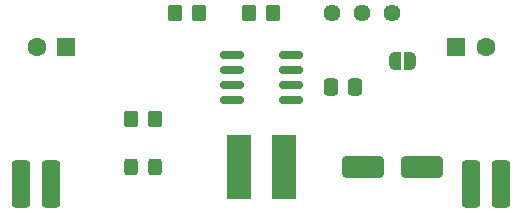
<source format=gts>
%TF.GenerationSoftware,KiCad,Pcbnew,8.0.4*%
%TF.CreationDate,2025-01-19T17:40:16+00:00*%
%TF.ProjectId,33063_boost,33333036-335f-4626-9f6f-73742e6b6963,rev?*%
%TF.SameCoordinates,Original*%
%TF.FileFunction,Soldermask,Top*%
%TF.FilePolarity,Negative*%
%FSLAX46Y46*%
G04 Gerber Fmt 4.6, Leading zero omitted, Abs format (unit mm)*
G04 Created by KiCad (PCBNEW 8.0.4) date 2025-01-19 17:40:16*
%MOMM*%
%LPD*%
G01*
G04 APERTURE LIST*
G04 Aperture macros list*
%AMRoundRect*
0 Rectangle with rounded corners*
0 $1 Rounding radius*
0 $2 $3 $4 $5 $6 $7 $8 $9 X,Y pos of 4 corners*
0 Add a 4 corners polygon primitive as box body*
4,1,4,$2,$3,$4,$5,$6,$7,$8,$9,$2,$3,0*
0 Add four circle primitives for the rounded corners*
1,1,$1+$1,$2,$3*
1,1,$1+$1,$4,$5*
1,1,$1+$1,$6,$7*
1,1,$1+$1,$8,$9*
0 Add four rect primitives between the rounded corners*
20,1,$1+$1,$2,$3,$4,$5,0*
20,1,$1+$1,$4,$5,$6,$7,0*
20,1,$1+$1,$6,$7,$8,$9,0*
20,1,$1+$1,$8,$9,$2,$3,0*%
%AMFreePoly0*
4,1,19,0.500000,-0.750000,0.000000,-0.750000,0.000000,-0.744911,-0.071157,-0.744911,-0.207708,-0.704816,-0.327430,-0.627875,-0.420627,-0.520320,-0.479746,-0.390866,-0.500000,-0.250000,-0.500000,0.250000,-0.479746,0.390866,-0.420627,0.520320,-0.327430,0.627875,-0.207708,0.704816,-0.071157,0.744911,0.000000,0.744911,0.000000,0.750000,0.500000,0.750000,0.500000,-0.750000,0.500000,-0.750000,
$1*%
%AMFreePoly1*
4,1,19,0.000000,0.744911,0.071157,0.744911,0.207708,0.704816,0.327430,0.627875,0.420627,0.520320,0.479746,0.390866,0.500000,0.250000,0.500000,-0.250000,0.479746,-0.390866,0.420627,-0.520320,0.327430,-0.627875,0.207708,-0.704816,0.071157,-0.744911,0.000000,-0.744911,0.000000,-0.750000,-0.500000,-0.750000,-0.500000,0.750000,0.000000,0.750000,0.000000,0.744911,0.000000,0.744911,
$1*%
G04 Aperture macros list end*
%ADD10R,2.150000X5.500000*%
%ADD11R,1.600000X1.600000*%
%ADD12C,1.600000*%
%ADD13RoundRect,0.250000X-0.350000X-0.450000X0.350000X-0.450000X0.350000X0.450000X-0.350000X0.450000X0*%
%ADD14C,1.440000*%
%ADD15RoundRect,0.250000X0.325000X0.450000X-0.325000X0.450000X-0.325000X-0.450000X0.325000X-0.450000X0*%
%ADD16FreePoly0,180.000000*%
%ADD17FreePoly1,180.000000*%
%ADD18RoundRect,0.250000X-0.500000X-1.750000X0.500000X-1.750000X0.500000X1.750000X-0.500000X1.750000X0*%
%ADD19RoundRect,0.250000X1.500000X0.650000X-1.500000X0.650000X-1.500000X-0.650000X1.500000X-0.650000X0*%
%ADD20RoundRect,0.150000X0.825000X0.150000X-0.825000X0.150000X-0.825000X-0.150000X0.825000X-0.150000X0*%
%ADD21RoundRect,0.250000X-0.337500X-0.475000X0.337500X-0.475000X0.337500X0.475000X-0.337500X0.475000X0*%
G04 APERTURE END LIST*
D10*
%TO.C,L1*%
X70575000Y-66500000D03*
X74425000Y-66500000D03*
%TD*%
D11*
%TO.C,C1*%
X56000000Y-56350000D03*
D12*
X53500000Y-56350000D03*
%TD*%
D13*
%TO.C,R4*%
X61500000Y-62500000D03*
X63500000Y-62500000D03*
%TD*%
D14*
%TO.C,RV1*%
X78500000Y-53500000D03*
X81040000Y-53500000D03*
X83580000Y-53500000D03*
%TD*%
D11*
%TO.C,C3*%
X89000000Y-56350000D03*
D12*
X91500000Y-56350000D03*
%TD*%
D13*
%TO.C,R1*%
X65230000Y-53530000D03*
X67230000Y-53530000D03*
%TD*%
D15*
%TO.C,R3*%
X63525000Y-66500000D03*
X61475000Y-66500000D03*
%TD*%
D16*
%TO.C,JP1*%
X85090000Y-57570000D03*
D17*
X83790000Y-57570000D03*
%TD*%
D18*
%TO.C,J2*%
X90280000Y-68000000D03*
X92820000Y-68000000D03*
%TD*%
D19*
%TO.C,D1*%
X86090000Y-66500000D03*
X81090000Y-66500000D03*
%TD*%
D13*
%TO.C,R2*%
X71500000Y-53500000D03*
X73500000Y-53500000D03*
%TD*%
D20*
%TO.C,U1*%
X74975000Y-60905000D03*
X74975000Y-59635000D03*
X74975000Y-58365000D03*
X74975000Y-57095000D03*
X70025000Y-57095000D03*
X70025000Y-58365000D03*
X70025000Y-59635000D03*
X70025000Y-60905000D03*
%TD*%
D21*
%TO.C,C2*%
X78365000Y-59780000D03*
X80440000Y-59780000D03*
%TD*%
D18*
%TO.C,J1*%
X52180000Y-68000000D03*
X54720000Y-68000000D03*
%TD*%
M02*

</source>
